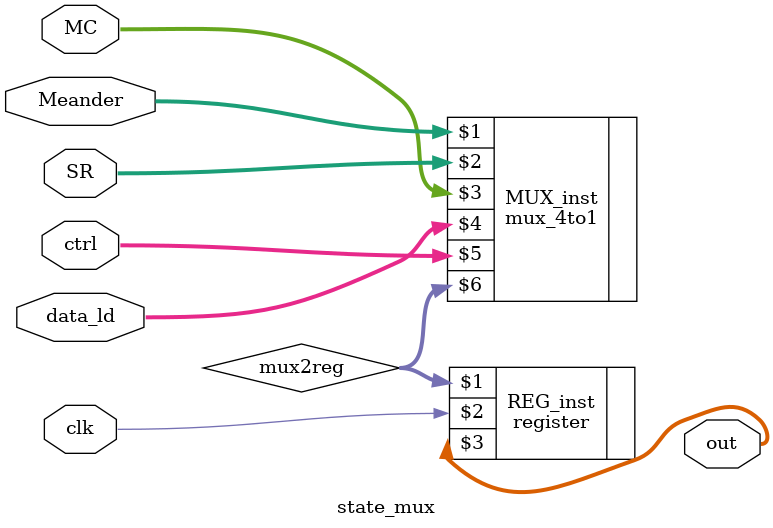
<source format=v>



module state_mux (clk, Meander, SR, MC, data_ld, ctrl, out);
    input[15 : 0] Meander, SR, MC, data_ld;
    input [1 : 0] ctrl;
    input clk;
    output [15 : 0] out;

    wire [15 : 0] mux2reg;

    mux_4to1 MUX_inst (Meander, SR, MC, data_ld, ctrl, mux2reg);
    register #(16) REG_inst (mux2reg, clk, out);

endmodule

</source>
